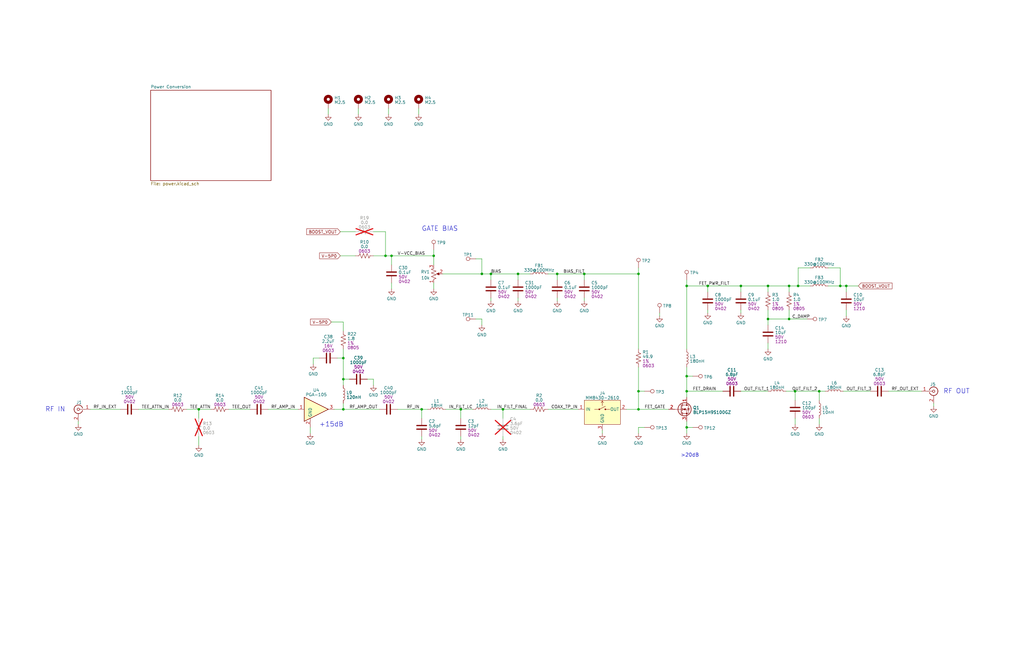
<source format=kicad_sch>
(kicad_sch (version 20230121) (generator eeschema)
  (paper "B")
  (lib_symbols
    (symbol "Connector:Conn_Coaxial" (pin_names (offset 1.016) hide)
      (property "Reference" "J" (at 0.254 3.048 0))
      (property "Value" "Conn_Coaxial" (at 2.921 0 90))
      (symbol "Conn_Coaxial_0_1"
        (arc (start -1.778 -0.508) (mid 0.2311 -1.8066) (end 1.778 0) (stroke (width 0.254)))
        (polyline (pts (xy -2.54 0) (xy -0.508 0)))
        (polyline (pts (xy 0 -2.54) (xy 0 -1.778)))
        (circle (center 0 0) (radius 0.508) (stroke (width 0.2032)))
        (arc (start 1.778 0) (mid 0.2099 1.8101) (end -1.778 0.508) (stroke (width 0.254)))
      )
      (symbol "Conn_Coaxial_1_1"
        (pin passive line (at -5.08 0 0) (length 2.54) (name "In") (number "1"))
        (pin passive line (at 0 -5.08 90) (length 2.54) (name "Ext") (number "2"))
      )
    )
    (symbol "Connector:TestPoint" (pin_numbers hide) (pin_names (offset 0.762) hide)
      (property "Reference" "TP" (at 0 6.858 0))
      (property "Value" "TestPoint" (at 0 5.08 0))
      (symbol "TestPoint_0_1"
        (circle (center 0 3.302) (radius 0.762))
      )
      (symbol "TestPoint_1_1"
        (pin passive line (at 0 0 90) (length 2.54) (name "1") (number "1"))
      )
    )
    (symbol "Device:C" (pin_numbers hide) (pin_names (offset 0.254))
      (property "Reference" "C" (at 0.635 2.54 0))
      (property "Value" "C" (at 0.635 -2.54 0))
      (symbol "C_0_1"
        (polyline (pts (xy -2.032 -0.762) (xy 2.032 -0.762)) (stroke (width 0.508)))
        (polyline (pts (xy -2.032 0.762) (xy 2.032 0.762)) (stroke (width 0.508)))
      )
      (symbol "C_1_1"
        (pin passive line (at 0 3.81 270) (length 2.794) (name "~") (number "1"))
        (pin passive line (at 0 -3.81 90) (length 2.794) (name "~") (number "2"))
      )
    )
    (symbol "Device:L" (pin_numbers hide) (pin_names (offset 1.016) hide)
      (property "Reference" "L" (at -1.27 0 90))
      (property "Value" "L" (at 1.905 0 90))
      (symbol "L_0_1"
        (arc (start 0 -2.54) (mid 0.6323 -1.905) (end 0 -1.27))
        (arc (start 0 -1.27) (mid 0.6323 -0.635) (end 0 0))
        (arc (start 0 0) (mid 0.6323 0.635) (end 0 1.27))
        (arc (start 0 1.27) (mid 0.6323 1.905) (end 0 2.54))
      )
      (symbol "L_1_1"
        (pin passive line (at 0 3.81 270) (length 1.27) (name "1") (number "1"))
        (pin passive line (at 0 -3.81 90) (length 1.27) (name "2") (number "2"))
      )
    )
    (symbol "Device:Q_NMOS_DGS" (pin_names (offset 0) hide)
      (property "Reference" "Q" (at 5.08 1.27 0))
      (property "Value" "Q_NMOS_DGS" (at 5.08 -1.27 0))
      (symbol "Q_NMOS_DGS_0_1"
        (polyline (pts (xy 0.254 0) (xy -2.54 0)))
        (polyline (pts (xy 0.254 1.905) (xy 0.254 -1.905)) (stroke (width 0.254)))
        (polyline (pts (xy 0.762 -1.27) (xy 0.762 -2.286)) (stroke (width 0.254)))
        (polyline (pts (xy 0.762 0.508) (xy 0.762 -0.508)) (stroke (width 0.254)))
        (polyline (pts (xy 0.762 2.286) (xy 0.762 1.27)) (stroke (width 0.254)))
        (polyline (pts (xy 2.54 2.54) (xy 2.54 1.778)))
        (polyline (pts (xy 2.54 -2.54) (xy 2.54 0) (xy 0.762 0)))
        (polyline (pts (xy 0.762 -1.778) (xy 3.302 -1.778) (xy 3.302 1.778) (xy 0.762 1.778)))
        (polyline (pts (xy 1.016 0) (xy 2.032 0.381) (xy 2.032 -0.381) (xy 1.016 0)) (fill (type outline)))
        (polyline (pts (xy 2.794 0.508) (xy 2.921 0.381) (xy 3.683 0.381) (xy 3.81 0.254)))
        (polyline (pts (xy 3.302 0.381) (xy 2.921 -0.254) (xy 3.683 -0.254) (xy 3.302 0.381)))
        (circle (center 1.651 0) (radius 2.794) (stroke (width 0.254)))
        (circle (center 2.54 -1.778) (radius 0.254) (fill (type outline)))
        (circle (center 2.54 1.778) (radius 0.254) (fill (type outline)))
      )
      (symbol "Q_NMOS_DGS_1_1"
        (pin passive line (at 2.54 5.08 270) (length 2.54) (name "D") (number "1"))
        (pin input line (at -5.08 0 0) (length 2.54) (name "G") (number "2"))
        (pin passive line (at 2.54 -5.08 90) (length 2.54) (name "S") (number "3"))
      )
    )
    (symbol "Device:R_Potentiometer_US" (pin_names (offset 1.016) hide)
      (property "Reference" "RV" (at -4.445 0 90))
      (property "Value" "R_Potentiometer_US" (at -2.54 0 90))
      (symbol "R_Potentiometer_US_0_1"
        (polyline (pts (xy 0 -2.286) (xy 0 -2.54)))
        (polyline (pts (xy 0 2.54) (xy 0 2.286)))
        (polyline (pts (xy 2.54 0) (xy 1.524 0)))
        (polyline (pts (xy 1.143 0) (xy 2.286 0.508) (xy 2.286 -0.508) (xy 1.143 0)) (fill (type outline)))
        (polyline (pts (xy 0 -0.762) (xy 1.016 -1.143) (xy 0 -1.524) (xy -1.016 -1.905) (xy 0 -2.286)))
        (polyline (pts (xy 0 0.762) (xy 1.016 0.381) (xy 0 0) (xy -1.016 -0.381) (xy 0 -0.762)))
        (polyline (pts (xy 0 2.286) (xy 1.016 1.905) (xy 0 1.524) (xy -1.016 1.143) (xy 0 0.762)))
      )
      (symbol "R_Potentiometer_US_1_1"
        (pin passive line (at 0 3.81 270) (length 1.27) (name "1") (number "1"))
        (pin passive line (at 3.81 0 180) (length 1.27) (name "2") (number "2"))
        (pin passive line (at 0 -3.81 90) (length 1.27) (name "3") (number "3"))
      )
    )
    (symbol "Device:R_US" (pin_numbers hide) (pin_names (offset 0))
      (property "Reference" "R" (at 2.54 0 90))
      (property "Value" "R_US" (at -2.54 0 90))
      (symbol "R_US_0_1"
        (polyline (pts (xy 0 -2.286) (xy 0 -2.54)))
        (polyline (pts (xy 0 2.286) (xy 0 2.54)))
        (polyline (pts (xy 0 -0.762) (xy 1.016 -1.143) (xy 0 -1.524) (xy -1.016 -1.905) (xy 0 -2.286)))
        (polyline (pts (xy 0 0.762) (xy 1.016 0.381) (xy 0 0) (xy -1.016 -0.381) (xy 0 -0.762)))
        (polyline (pts (xy 0 2.286) (xy 1.016 1.905) (xy 0 1.524) (xy -1.016 1.143) (xy 0 0.762)))
      )
      (symbol "R_US_1_1"
        (pin passive line (at 0 3.81 270) (length 1.27) (name "~") (number "1"))
        (pin passive line (at 0 -3.81 90) (length 1.27) (name "~") (number "2"))
      )
    )
    (symbol "Mechanical:MountingHole_Pad" (pin_numbers hide) (pin_names (offset 1.016) hide)
      (property "Reference" "H" (at 0 6.35 0))
      (property "Value" "MountingHole_Pad" (at 0 4.445 0))
      (symbol "MountingHole_Pad_0_1"
        (circle (center 0 1.27) (radius 1.27) (stroke (width 1.27)))
      )
      (symbol "MountingHole_Pad_1_1"
        (pin input line (at 0 -2.54 90) (length 2.54) (name "1") (number "1"))
      )
    )
    (symbol "RF_Amplifier:PGA-105"
      (property "Reference" "U" (at -1.27 7.62 0))
      (property "Value" "PGA-105" (at 2.54 5.08 0))
      (symbol "PGA-105_0_1"
        (polyline (pts (xy 5.08 0) (xy -5.08 5.08) (xy -5.08 -5.08) (xy 5.08 0)) (stroke (width 0.254)) (fill (type background)))
      )
      (symbol "PGA-105_1_1"
        (pin input line (at -7.62 0 0) (length 2.54) (name "~") (number "1"))
        (pin power_in line (at -2.54 -7.62 90) (length 3.81) (name "GND") (number "2"))
        (pin output line (at 7.62 0 180) (length 2.54) (name "~") (number "3"))
      )
    )
    (symbol "Repowered_Devices:MM8430-2610"
      (property "Reference" "J" (at 0 3.81 0))
      (property "Value" "MM8430-2610" (at 0 1.27 0))
      (symbol "MM8430-2610_0_1"
        (rectangle (start -7.62 0) (end 7.62 -10.16) (stroke (width 0.1524)) (fill (type background)))
        (circle (center -1.27 -3.81) (radius 0.254) (stroke (width 0.1524)) (fill (type outline)))
        (polyline (pts (xy 0 -0.254) (xy 0.508 -1.016)) (stroke (width 0.1524)))
        (polyline (pts (xy 3.175 -3.81) (xy 1.27 -3.81)) (stroke (width 0.1524)))
        (polyline (pts (xy -3.302 -3.81) (xy -1.27 -3.81) (xy 1.27 -2.54)) (stroke (width 0.1524)))
        (polyline (pts (xy 0 -2.286) (xy 0 -0.254) (xy -0.508 -1.016)) (stroke (width 0.1524)))
        (circle (center 1.27 -3.81) (radius 0.254) (stroke (width 0.1524)) (fill (type outline)))
      )
      (symbol "MM8430-2610_1_1"
        (pin passive line (at -10.16 -3.81 0) (length 2.54) (name "IN") (number "1"))
        (pin passive line (at 10.16 -3.81 180) (length 2.54) (name "OUT") (number "2"))
        (pin passive line (at 0 -12.7 90) (length 2.54) (name "GND") (number "3"))
      )
    )
    (symbol "power:GND" (power) (pin_names (offset 0))
      (property "Value" "GND" (at 0 -3.81 0))
      (symbol "GND_0_1"
        (polyline (pts (xy 0 0) (xy 0 -1.27) (xy 1.27 -1.27) (xy 0 -2.54) (xy -1.27 -1.27) (xy 0 -1.27)))
      )
      (symbol "GND_1_1"
        (pin power_in line (at 0 0 270) (length 0) hide (name "GND") (number "1"))
      )
    )
  )
  (junction (at 177.8 172.72))
  (junction (at 144.78 151.13))
  (junction (at 207.01 115.57))
  (junction (at 269.24 115.57))
  (junction (at 182.88 107.95))
  (junction (at 203.2 115.57))
  (junction (at 354.33 120.65))
  (junction (at 289.56 165.1))
  (junction (at 323.85 134.62))
  (junction (at 144.78 172.72))
  (junction (at 269.24 165.1))
  (junction (at 335.28 165.1))
  (junction (at 234.95 115.57))
  (junction (at 194.31 172.72))
  (junction (at 345.44 165.1))
  (junction (at 332.74 120.65))
  (junction (at 218.44 115.57))
  (junction (at 144.78 160.02))
  (junction (at 246.38 115.57))
  (junction (at 289.56 120.65))
  (junction (at 298.45 120.65))
  (junction (at 332.74 134.62))
  (junction (at 356.87 120.65))
  (junction (at 323.85 120.65))
  (junction (at 289.56 158.75))
  (junction (at 312.42 120.65))
  (junction (at 269.24 172.72))
  (junction (at 336.55 120.65))
  (junction (at 289.56 180.34))
  (junction (at 83.82 172.72))
  (junction (at 165.1 107.95))
  (junction (at 212.09 172.72))
  (junction (at 162.56 107.95))
  (wire (pts (xy 212.09 172.72) (xy 223.52 172.72)))
  (wire (pts (xy 58.42 172.72) (xy 71.12 172.72)))
  (wire (pts (xy 298.45 120.65) (xy 312.42 120.65)))
  (wire (pts (xy 194.31 184.15) (xy 194.31 185.42)))
  (wire (pts (xy 194.31 172.72) (xy 199.39 172.72)))
  (wire (pts (xy 132.08 151.13) (xy 132.08 153.67)))
  (wire (pts (xy 269.24 115.57) (xy 269.24 147.32)))
  (wire (pts (xy 165.1 119.38) (xy 165.1 121.92)))
  (wire (pts (xy 331.47 165.1) (xy 335.28 165.1)))
  (wire (pts (xy 176.53 45.72) (xy 176.53 48.26)))
  (wire (pts (xy 231.14 115.57) (xy 234.95 115.57)))
  (wire (pts (xy 289.56 177.8) (xy 289.56 180.34)))
  (wire (pts (xy 298.45 130.81) (xy 298.45 132.08)))
  (wire (pts (xy 177.8 172.72) (xy 180.34 172.72)))
  (wire (pts (xy 187.96 172.72) (xy 194.31 172.72)))
  (wire (pts (xy 278.13 132.08) (xy 278.13 133.35)))
  (wire (pts (xy 200.66 134.62) (xy 203.2 134.62)))
  (wire (pts (xy 144.78 170.18) (xy 144.78 172.72)))
  (wire (pts (xy 269.24 180.34) (xy 269.24 182.88)))
  (wire (pts (xy 271.78 180.34) (xy 269.24 180.34)))
  (wire (pts (xy 186.69 115.57) (xy 203.2 115.57)))
  (wire (pts (xy 374.65 165.1) (xy 388.62 165.1)))
  (wire (pts (xy 143.51 107.95) (xy 149.86 107.95)))
  (wire (pts (xy 356.87 130.81) (xy 356.87 133.35)))
  (wire (pts (xy 143.51 97.79) (xy 149.86 97.79)))
  (wire (pts (xy 354.33 120.65) (xy 354.33 113.03)))
  (wire (pts (xy 345.44 168.91) (xy 345.44 165.1)))
  (wire (pts (xy 254 181.61) (xy 254 182.88)))
  (wire (pts (xy 163.83 45.72) (xy 163.83 48.26)))
  (wire (pts (xy 234.95 125.73) (xy 234.95 127)))
  (wire (pts (xy 269.24 172.72) (xy 269.24 165.1)))
  (wire (pts (xy 289.56 165.1) (xy 304.8 165.1)))
  (wire (pts (xy 140.97 172.72) (xy 144.78 172.72)))
  (wire (pts (xy 130.81 180.34) (xy 130.81 182.88)))
  (wire (pts (xy 203.2 134.62) (xy 203.2 137.16)))
  (wire (pts (xy 33.02 177.8) (xy 33.02 179.07)))
  (wire (pts (xy 144.78 151.13) (xy 142.24 151.13)))
  (wire (pts (xy 289.56 118.11) (xy 289.56 120.65)))
  (wire (pts (xy 323.85 120.65) (xy 312.42 120.65)))
  (wire (pts (xy 83.82 172.72) (xy 88.9 172.72)))
  (wire (pts (xy 323.85 120.65) (xy 323.85 123.19)))
  (wire (pts (xy 200.66 109.22) (xy 203.2 109.22)))
  (wire (pts (xy 212.09 172.72) (xy 212.09 176.53)))
  (wire (pts (xy 113.03 172.72) (xy 125.73 172.72)))
  (wire (pts (xy 393.7 170.18) (xy 393.7 171.45)))
  (wire (pts (xy 203.2 109.22) (xy 203.2 115.57)))
  (wire (pts (xy 154.94 160.02) (xy 157.48 160.02)))
  (wire (pts (xy 298.45 120.65) (xy 298.45 123.19)))
  (wire (pts (xy 281.94 172.72) (xy 269.24 172.72)))
  (wire (pts (xy 289.56 158.75) (xy 292.1 158.75)))
  (wire (pts (xy 312.42 165.1) (xy 323.85 165.1)))
  (wire (pts (xy 182.88 105.41) (xy 182.88 107.95)))
  (wire (pts (xy 269.24 113.03) (xy 269.24 115.57)))
  (wire (pts (xy 323.85 134.62) (xy 323.85 137.16)))
  (wire (pts (xy 336.55 120.65) (xy 332.74 120.65)))
  (wire (pts (xy 157.48 160.02) (xy 157.48 162.56)))
  (wire (pts (xy 144.78 147.32) (xy 144.78 151.13)))
  (wire (pts (xy 165.1 107.95) (xy 182.88 107.95)))
  (wire (pts (xy 332.74 134.62) (xy 340.36 134.62)))
  (wire (pts (xy 144.78 172.72) (xy 160.02 172.72)))
  (wire (pts (xy 203.2 115.57) (xy 207.01 115.57)))
  (wire (pts (xy 96.52 172.72) (xy 105.41 172.72)))
  (wire (pts (xy 356.87 120.65) (xy 361.95 120.65)))
  (wire (pts (xy 194.31 172.72) (xy 194.31 176.53)))
  (wire (pts (xy 157.48 97.79) (xy 162.56 97.79)))
  (wire (pts (xy 218.44 115.57) (xy 218.44 118.11)))
  (wire (pts (xy 78.74 172.72) (xy 83.82 172.72)))
  (wire (pts (xy 134.62 151.13) (xy 132.08 151.13)))
  (wire (pts (xy 162.56 107.95) (xy 165.1 107.95)))
  (wire (pts (xy 323.85 130.81) (xy 323.85 134.62)))
  (wire (pts (xy 332.74 130.81) (xy 332.74 134.62)))
  (wire (pts (xy 312.42 130.81) (xy 312.42 132.08)))
  (wire (pts (xy 289.56 120.65) (xy 289.56 147.32)))
  (wire (pts (xy 336.55 113.03) (xy 336.55 120.65)))
  (wire (pts (xy 323.85 144.78) (xy 323.85 147.32)))
  (wire (pts (xy 182.88 119.38) (xy 182.88 121.92)))
  (wire (pts (xy 355.6 165.1) (xy 367.03 165.1)))
  (wire (pts (xy 332.74 120.65) (xy 332.74 123.19)))
  (wire (pts (xy 165.1 107.95) (xy 165.1 111.76)))
  (wire (pts (xy 289.56 165.1) (xy 289.56 167.64)))
  (wire (pts (xy 354.33 113.03) (xy 349.25 113.03)))
  (wire (pts (xy 139.7 135.89) (xy 144.78 135.89)))
  (wire (pts (xy 157.48 107.95) (xy 162.56 107.95)))
  (wire (pts (xy 144.78 135.89) (xy 144.78 139.7)))
  (wire (pts (xy 234.95 115.57) (xy 234.95 118.11)))
  (wire (pts (xy 289.56 120.65) (xy 298.45 120.65)))
  (wire (pts (xy 345.44 165.1) (xy 335.28 165.1)))
  (wire (pts (xy 182.88 107.95) (xy 182.88 111.76)))
  (wire (pts (xy 341.63 113.03) (xy 336.55 113.03)))
  (wire (pts (xy 212.09 184.15) (xy 212.09 185.42)))
  (wire (pts (xy 218.44 125.73) (xy 218.44 127)))
  (wire (pts (xy 354.33 120.65) (xy 356.87 120.65)))
  (wire (pts (xy 218.44 115.57) (xy 223.52 115.57)))
  (wire (pts (xy 335.28 165.1) (xy 335.28 168.91)))
  (wire (pts (xy 207.01 125.73) (xy 207.01 127)))
  (wire (pts (xy 177.8 172.72) (xy 177.8 176.53)))
  (wire (pts (xy 144.78 160.02) (xy 144.78 162.56)))
  (wire (pts (xy 177.8 184.15) (xy 177.8 185.42)))
  (wire (pts (xy 312.42 120.65) (xy 312.42 123.19)))
  (wire (pts (xy 289.56 180.34) (xy 289.56 182.88)))
  (wire (pts (xy 207.01 172.72) (xy 212.09 172.72)))
  (wire (pts (xy 264.16 172.72) (xy 269.24 172.72)))
  (wire (pts (xy 246.38 115.57) (xy 246.38 118.11)))
  (wire (pts (xy 246.38 115.57) (xy 269.24 115.57)))
  (wire (pts (xy 335.28 176.53) (xy 335.28 179.07)))
  (wire (pts (xy 231.14 172.72) (xy 243.84 172.72)))
  (wire (pts (xy 345.44 179.07) (xy 345.44 176.53)))
  (wire (pts (xy 162.56 97.79) (xy 162.56 107.95)))
  (wire (pts (xy 246.38 125.73) (xy 246.38 127)))
  (wire (pts (xy 269.24 165.1) (xy 269.24 154.94)))
  (wire (pts (xy 289.56 158.75) (xy 289.56 165.1)))
  (wire (pts (xy 83.82 172.72) (xy 83.82 176.53)))
  (wire (pts (xy 38.1 172.72) (xy 50.8 172.72)))
  (wire (pts (xy 349.25 120.65) (xy 354.33 120.65)))
  (wire (pts (xy 207.01 115.57) (xy 218.44 115.57)))
  (wire (pts (xy 341.63 120.65) (xy 336.55 120.65)))
  (wire (pts (xy 356.87 120.65) (xy 356.87 123.19)))
  (wire (pts (xy 289.56 154.94) (xy 289.56 158.75)))
  (wire (pts (xy 269.24 165.1) (xy 271.78 165.1)))
  (wire (pts (xy 144.78 151.13) (xy 144.78 160.02)))
  (wire (pts (xy 345.44 165.1) (xy 347.98 165.1)))
  (wire (pts (xy 138.43 48.26) (xy 138.43 45.72)))
  (wire (pts (xy 144.78 160.02) (xy 147.32 160.02)))
  (wire (pts (xy 332.74 120.65) (xy 323.85 120.65)))
  (wire (pts (xy 83.82 184.15) (xy 83.82 187.96)))
  (wire (pts (xy 167.64 172.72) (xy 177.8 172.72)))
  (wire (pts (xy 207.01 115.57) (xy 207.01 118.11)))
  (wire (pts (xy 151.13 45.72) (xy 151.13 48.26)))
  (wire (pts (xy 234.95 115.57) (xy 246.38 115.57)))
  (wire (pts (xy 323.85 134.62) (xy 332.74 134.62)))
  (wire (pts (xy 289.56 180.34) (xy 292.1 180.34)))
  (text "RF OUT" (at 408.94 166.37 0) (effects (font (size 2 2)) (justify right bottom)))
  (text "+15dB" (at 134.62 180.34 0) (effects (font (size 2 2)) (justify left bottom)))
  (text "RF IN" (at 19.05 173.99 0) (effects (font (size 2 2)) (justify left bottom)))
  (text ">20dB" (at 287.02 193.04 0) (effects (font (size 1.5 1.5)) (justify left bottom)))
  (text "GATE BIAS" (at 177.8 97.79 0) (effects (font (size 2 2)) (justify left bottom)))
  (label "FET_DRAIN" (at 292.1 165.1 0))
  (label "RF_IN" (at 171.45 172.72 0))
  (label "RF_OUT_EXT" (at 375.92 165.1 0))
  (label "OUT_FILT_1" (at 313.69 165.1 0))
  (label "V-VCC_BIAS" (at 167.64 107.95 0))
  (label "OUT_FILT_3" (at 356.87 165.1 0))
  (label "C_DAMP" (at 334.01 134.62 0))
  (label "BIAS" (at 207.01 115.57 0))
  (label "TEE_OUT" (at 97.79 172.72 0))
  (label "IN_FILT_LC" (at 189.23 172.72 0))
  (label "RF_AMP_OUT" (at 147.32 172.72 0))
  (label "BIAS_FILT" (at 237.49 115.57 0))
  (label "TEE_ATTN_IN" (at 59.69 172.72 0))
  (label "RF_AMP_IN" (at 114.3 172.72 0))
  (label "FET_GATE" (at 271.78 172.72 0))
  (label "OUT_FILT_2" (at 334.01 165.1 0))
  (label "COAX_TP_IN" (at 232.41 172.72 0))
  (label "IN_FILT_FINAL" (at 209.55 172.72 0))
  (label "TEE_ATTN" (at 80.01 172.72 0))
  (label "RF_IN_EXT" (at 39.37 172.72 0))
  (label "FET_PWR_FILT" (at 294.64 120.65 0))
  (global_label "V-5P0" (shape input) (at 143.51 107.95 180) (property "Intersheetrefs" "${INTERSHEET_REFS}" (effects hide)))
  (global_label "BOOST_VOUT" (shape input) (at 361.95 120.65 0) (property "Intersheetrefs" "${INTERSHEET_REFS}" (effects hide)))
  (global_label "BOOST_VOUT" (shape input) (at 143.51 97.79 180) (property "Intersheetrefs" "${INTERSHEET_REFS}" (effects hide)))
  (global_label "V-5P0" (shape input) (at 139.7 135.89 180) (property "Intersheetrefs" "${INTERSHEET_REFS}" (effects hide)))
  (symbol (lib_id "Device:L") (at 327.66 165.1 90) (unit 1)
    (property "Reference" "L4" (at 327.66 161.5847 90))
    (property "Value" "180nH" (at 327.66 163.5057 90))
    (property "Footprint" "Repowered_Inductors_SMD:L_Coilcraft_2222SQ-181" (effects hide))
    (property "Mfr. Part #" "2222SQ-181GEC" (effects hide))
  )
  (symbol (lib_id "Device:L") (at 345.44 113.03 90) (unit 1)
    (property "Reference" "FB2" (at 345.44 109.5147 90))
    (property "Value" "330@100MHz" (at 345.44 111.4357 90))
    (property "Footprint" "Inductor_SMD:L_0603_1608Metric" (effects hide))
    (property "Mfr. Part #" "BLM18SG331TZ1D" (effects hide))
    (property "JLCPCB Part #" "C710391" (effects hide))
    (property "Description" "70mΩ ±25% 330Ω@100MHz 0603 Ferrite Beads ROHS" (effects hide))
    (property "Manufacturer" "Murata Electronics" (effects hide))
  )
  (symbol (lib_id "power:GND") (at 132.08 153.67 0) (unit 1)
    (property "Reference" "#PWR051" (effects hide))
    (property "Value" "GND" (at 132.08 157.8055 0))
  )
  (symbol (lib_id "Device:C") (at 312.42 127 0) (unit 1)
    (property "Reference" "C9" (at 315.341 124.4353 0) (effects (justify left)))
    (property "Value" "0.1uF" (at 315.341 126.3563 0) (effects (justify left)))
    (property "Footprint" "Capacitor_SMD:C_0402_1005Metric" (effects hide))
    (property "Voltage Rating" "50V" (at 315.341 128.2773 0) (effects (justify left)))
    (property "Mfr. Part #" "GRM155R71H104KE14D" (effects hide))
    (property "JLCPCB Part #" "C77020" (effects hide))
    (property "Description" "50V 100nF X7R ±10% 0402 Multilayer Ceramic Capacitors MLCC - SMD/SMT ROHS" (effects hide))
    (property "Manufacturer" "Murata Electronics" (effects hide))
    (property "Mfr Part #" "GRM155R71H104KE14D" (effects hide))
    (property "Package Desc" "0402" (at 315.341 130.1983 0) (effects (justify left)))
  )
  (symbol (lib_id "Mechanical:MountingHole_Pad") (at 163.83 43.18 0) (unit 1)
    (property "Reference" "H3" (at 166.37 41.2663 0) (effects (justify left)))
    (property "Value" "M2.5" (at 166.37 43.1873 0) (effects (justify left)))
    (property "Footprint" "MountingHole:MountingHole_2.7mm_M2.5_Pad_Via" (effects hide))
  )
  (symbol (lib_id "Connector:TestPoint") (at 269.24 113.03 0) (unit 1)
    (property "Reference" "TP2" (at 270.637 110.0448 0) (effects (justify left)))
    (property "Value" "TestPoint" (effects hide))
    (property "Footprint" "TestPoint:TestPoint_Pad_D1.0mm" (effects hide))
  )
  (symbol (lib_id "power:GND") (at 165.1 121.92 0) (unit 1)
    (property "Reference" "#PWR043" (effects hide))
    (property "Value" "GND" (at 165.1 126.0555 0))
  )
  (symbol (lib_id "power:GND") (at 323.85 147.32 0) (unit 1)
    (property "Reference" "#PWR022" (effects hide))
    (property "Value" "GND" (at 323.85 151.4555 0))
  )
  (symbol (lib_id "Device:R_US") (at 227.33 172.72 90) (unit 1)
    (property "Reference" "R2" (at 227.33 166.9001 90))
    (property "Value" "0.0" (at 227.33 168.8211 90))
    (property "Footprint" "Resistor_SMD:R_0603_1608Metric" (effects hide))
    (property "JLCPCB Part #" "C192909" (effects hide))
    (property "Manufacturer" "YAGEO" (effects hide))
    (property "Mfr. Part #" "AF0603FR-070RL" (effects hide))
    (property "Description" "100mW ±1% 0Ω 0603 Chip Resistor - Surface Mount ROHS" (effects hide))
    (property "Package Desc" "0603" (at 227.33 170.7421 90))
  )
  (symbol (lib_id "Connector:Conn_Coaxial") (at 33.02 172.72 0) (mirror y) (unit 1)
    (property "Reference" "J1" (at 33.3374 169.8045 0))
    (property "Value" "Conn_Coaxial" (effects hide))
    (property "Footprint" "Repowered_Connectors:SMA_Amphenol_132384_EdgeMount" (effects hide))
    (property "Datasheet" " ~" (effects hide))
  )
  (symbol (lib_id "Device:R_US") (at 92.71 172.72 90) (unit 1)
    (property "Reference" "R14" (at 92.71 166.9001 90))
    (property "Value" "0.0" (at 92.71 168.8211 90))
    (property "Footprint" "Resistor_SMD:R_0603_1608Metric" (effects hide))
    (property "JLCPCB Part #" "C192909" (effects hide))
    (property "Manufacturer" "YAGEO" (effects hide))
    (property "Mfr. Part #" "AF0603FR-070RL" (effects hide))
    (property "Description" "100mW ±1% 0Ω 0603 Chip Resistor - Surface Mount ROHS" (effects hide))
    (property "Package Desc" "0603" (at 92.71 170.7421 90))
  )
  (symbol (lib_id "Device:R_US") (at 323.85 127 0) (unit 1)
    (property "Reference" "R3" (at 325.501 124.4353 0) (effects (justify left)))
    (property "Value" "1.0" (at 325.501 126.3563 0) (effects (justify left)))
    (property "Footprint" "Resistor_SMD:R_0805_2012Metric" (effects hide))
    (property "Tolerance" "1%" (at 325.501 128.2773 0) (effects (justify left)))
    (property "Package Desc" "0805" (at 325.501 130.1983 0) (effects (justify left)))
    (property "Manufacturer" "YAGEO" (effects hide))
    (property "Mfr. Part #" "AC0805FR-071RL" (effects hide))
    (property "JLCPCB Part #" "C144579" (effects hide))
  )
  (symbol (lib_id "Device:R_US") (at 144.78 143.51 180) (unit 1)
    (property "Reference" "R22" (at 146.431 140.9453 0) (effects (justify right)))
    (property "Value" "1.8" (at 146.431 142.8663 0) (effects (justify right)))
    (property "Footprint" "Resistor_SMD:R_0805_2012Metric" (effects hide))
    (property "JLCPCB Part #" "C384139" (effects hide))
    (property "Manufacturer" "Walsin Tech Corp" (effects hide))
    (property "Mfr. Part #" "WR08X1R8JTL" (effects hide))
    (property "Tolerance" "1%" (at 146.431 144.7873 0) (effects (justify right)))
    (property "Package Desc" "0805" (at 146.431 146.7083 0) (effects (justify right)))
  )
  (symbol (lib_id "Device:R_US") (at 153.67 107.95 270) (unit 1)
    (property "Reference" "R10" (at 153.67 102.1301 90))
    (property "Value" "0.0" (at 153.67 104.0511 90))
    (property "Footprint" "Resistor_SMD:R_0603_1608Metric" (effects hide))
    (property "JLCPCB Part #" "C192909" (effects hide))
    (property "Manufacturer" "YAGEO" (effects hide))
    (property "Mfr. Part #" "AF0603FR-070RL" (effects hide))
    (property "Description" "100mW ±1% 0Ω 0603 Chip Resistor - Surface Mount ROHS" (effects hide))
    (property "Package Desc" "0603" (at 153.67 105.9721 90))
  )
  (symbol (lib_id "power:GND") (at 356.87 133.35 0) (unit 1)
    (property "Reference" "#PWR013" (effects hide))
    (property "Value" "GND" (at 356.87 137.4855 0))
  )
  (symbol (lib_id "Connector:TestPoint") (at 200.66 134.62 90) (unit 1)
    (property "Reference" "TP11" (at 197.358 132.8961 90))
    (property "Value" "TestPoint" (effects hide))
    (property "Footprint" "TestPoint:TestPoint_Pad_D1.0mm" (effects hide))
  )
  (symbol (lib_id "Device:C") (at 151.13 160.02 270) (unit 1)
    (property "Reference" "C39" (at 151.13 151.0091 90))
    (property "Value" "1000pF" (at 151.13 152.9301 90))
    (property "Footprint" "Capacitor_SMD:C_0402_1005Metric" (effects hide))
    (property "Description" "CAP SMD 1000pF 10% 50V X7R 0603" (effects hide))
    (property "JLCPCB Part #" "C1588" (effects hide))
    (property "Manufacturer" "Samsung Electro-Mechanics" (effects hide))
    (property "Mfr Part #" "C1005NPO102JGT" (effects hide))
    (property "Mfr. Part #" "CL10B102KB8NNNC" (effects hide))
    (property "Voltage Rating" "50V" (at 151.13 154.8511 90))
    (property "Package Desc" "0402" (at 151.13 156.7721 90))
  )
  (symbol (lib_id "Repowered_Devices:MM8430-2610") (at 254 168.91 0) (unit 1)
    (property "Reference" "J4" (at 254 165.9509 0))
    (property "Value" "MM8430-2610" (at 254 167.8719 0))
    (property "Footprint" "Repowered_Connectors:Connector_Murata_MM8430-2610RA1" (effects hide))
    (property "Datasheet" "https://media.digikey.com/pdf/Data%20Sheets/Murata%20PDFs/Microwave_Coaxial_Conn_Cat030E.pdf" (effects hide))
    (property "Mfr. Part #" "MM8430-2610RB3" (effects hide))
    (property "Manufacturer" "Murata" (effects hide))
    (property "Description" "CONN SWD RCPT W/ SWITCH 50 OHM SMD" (effects hide))
    (property "JLCPCB Part #" "C91634" (effects hide))
  )
  (symbol (lib_id "power:GND") (at 207.01 127 0) (unit 1)
    (property "Reference" "#PWR010" (effects hide))
    (property "Value" "GND" (at 207.01 131.1355 0))
  )
  (symbol (lib_id "Device:R_US") (at 74.93 172.72 90) (unit 1)
    (property "Reference" "R12" (at 74.93 166.9001 90))
    (property "Value" "0.0" (at 74.93 168.8211 90))
    (property "Footprint" "Resistor_SMD:R_0603_1608Metric" (effects hide))
    (property "JLCPCB Part #" "C192909" (effects hide))
    (property "Manufacturer" "YAGEO" (effects hide))
    (property "Mfr. Part #" "AF0603FR-070RL" (effects hide))
    (property "Description" "100mW ±1% 0Ω 0603 Chip Resistor - Surface Mount ROHS" (effects hide))
    (property "Package Desc" "0603" (at 74.93 170.7421 90))
  )
  (symbol (lib_id "Mechanical:MountingHole_Pad") (at 176.53 43.18 0) (unit 1)
    (property "Reference" "H4" (at 179.07 41.2663 0) (effects (justify left)))
    (property "Value" "M2.5" (at 179.07 43.1873 0) (effects (justify left)))
    (property "Footprint" "MountingHole:MountingHole_2.7mm_M2.5_Pad_Via" (effects hide))
  )
  (symbol (lib_id "power:GND") (at 289.56 182.88 0) (unit 1)
    (property "Reference" "#PWR03" (effects hide))
    (property "Value" "GND" (at 289.56 187.0155 0))
  )
  (symbol (lib_id "Mechanical:MountingHole_Pad") (at 151.13 43.18 0) (unit 1)
    (property "Reference" "H2" (at 153.67 41.2663 0) (effects (justify left)))
    (property "Value" "M2.5" (at 153.67 43.1873 0) (effects (justify left)))
    (property "Footprint" "MountingHole:MountingHole_2.7mm_M2.5_Pad_Via" (effects hide))
  )
  (symbol (lib_id "power:GND") (at 246.38 127 0) (unit 1)
    (property "Reference" "#PWR09" (effects hide))
    (property "Value" "GND" (at 246.38 131.1355 0))
  )
  (symbol (lib_id "Device:C") (at 109.22 172.72 270) (unit 1)
    (property "Reference" "C41" (at 109.22 163.7091 90))
    (property "Value" "1000pF" (at 109.22 165.6301 90))
    (property "Footprint" "Capacitor_SMD:C_0402_1005Metric" (effects hide))
    (property "Description" "CAP SMD 1000pF 10% 50V X7R 0603" (effects hide))
    (property "JLCPCB Part #" "C1588" (effects hide))
    (property "Manufacturer" "Samsung Electro-Mechanics" (effects hide))
    (property "Mfr Part #" "C1005NPO102JGT" (effects hide))
    (property "Mfr. Part #" "CL10B102KB8NNNC" (effects hide))
    (property "Voltage Rating" "50V" (at 109.22 167.5511 90))
    (property "Package Desc" "0402" (at 109.22 169.4721 90))
  )
  (symbol (lib_id "Device:L") (at 184.15 172.72 90) (unit 1)
    (property "Reference" "L1" (at 184.15 169.2047 90))
    (property "Value" "18nH" (at 184.15 171.1257 90))
    (property "Footprint" "Inductor_SMD:L_0603_1608Metric" (effects hide))
    (property "Mfr. Part #" "LQW18AN18NJ80D" (effects hide))
    (property "JLCPCB Part #" "C1332655" (effects hide))
  )
  (symbol (lib_id "Device:C") (at 54.61 172.72 270) (unit 1)
    (property "Reference" "C1" (at 54.61 163.7091 90))
    (property "Value" "1000pF" (at 54.61 165.6301 90))
    (property "Footprint" "Capacitor_SMD:C_0402_1005Metric" (effects hide))
    (property "Description" "CAP SMD 1000pF 10% 50V X7R 0603" (effects hide))
    (property "JLCPCB Part #" "C1588" (effects hide))
    (property "Manufacturer" "Samsung Electro-Mechanics" (effects hide))
    (property "Mfr Part #" "C1005NPO102JGT" (effects hide))
    (property "Mfr. Part #" "CL10B102KB8NNNC" (effects hide))
    (property "Voltage Rating" "50V" (at 54.61 167.5511 90))
    (property "Package Desc" "0402" (at 54.61 169.4721 90))
  )
  (symbol (lib_id "Device:C") (at 165.1 115.57 0) (unit 1)
    (property "Reference" "C30" (at 168.021 113.0053 0) (effects (justify left)))
    (property "Value" "0.1uF" (at 168.021 114.9263 0) (effects (justify left)))
    (property "Footprint" "Capacitor_SMD:C_0402_1005Metric" (effects hide))
    (property "Voltage Rating" "50V" (at 168.021 116.8473 0) (effects (justify left)))
    (property "Mfr. Part #" "GRM155R71H104KE14D" (effects hide))
    (property "JLCPCB Part #" "C77020" (effects hide))
    (property "Description" "50V 100nF X7R ±10% 0402 Multilayer Ceramic Capacitors MLCC - SMD/SMT ROHS" (effects hide))
    (property "Manufacturer" "Murata Electronics" (effects hide))
    (property "Mfr Part #" "GRM155R71H104KE14D" (effects hide))
    (property "Package Desc" "0402" (at 168.021 118.7683 0) (effects (justify left)))
  )
  (symbol (lib_id "Device:C") (at 308.61 165.1 270) (unit 1)
    (property "Reference" "C11" (at 308.61 156.0891 90))
    (property "Value" "6.8pF" (at 308.61 158.0101 90))
    (property "Footprint" "Capacitor_SMD:C_0603_1608Metric" (effects hide))
    (property "Description" "CAP SMD 6.8pF 10% 50V NP0/C0G 0603" (effects hide))
    (property "JLCPCB Part #" "C1679" (effects hide))
    (property "Manufacturer" "FH (Guangdong Fenghua Advanced Tech)" (effects hide))
    (property "Mfr. Part #" "0603CG6R8C500NT" (effects hide))
    (property "Voltage Rating" "50V" (at 308.61 159.9311 90))
    (property "Package Desc" "0603" (at 308.61 161.8521 90))
  )
  (symbol (lib_id "Device:C") (at 356.87 127 180) (unit 1)
    (property "Reference" "C10" (at 359.791 124.4353 0) (effects (justify right)))
    (property "Value" "10uF" (at 359.791 126.3563 0) (effects (justify right)))
    (property "Footprint" "Capacitor_SMD:C_1210_3225Metric" (effects hide))
    (property "Mfr. Part #" "UMK325AB7106KM-T" (effects hide))
    (property "JLCPCB Part #" "C386167" (effects hide))
    (property "Manufacturer" "Taiyo Yuden" (effects hide))
    (property "Voltage Rating" "50V" (at 359.791 128.2773 0) (effects (justify right)))
    (property "Description" "CAP SMD 10uF 50V 10% X7R 1210" (effects hide))
    (property "Package Desc" "1210" (at 359.791 130.1983 0) (effects (justify right)))
  )
  (symbol (lib_id "Device:L") (at 289.56 151.13 0) (unit 1)
    (property "Reference" "L3" (at 290.8272 150.4863 0) (effects (justify left)))
    (property "Value" "180nH" (at 290.8272 152.4073 0) (effects (justify left)))
    (property "Footprint" "Repowered_Inductors_SMD:L_Coilcraft_2222SQ-181" (effects hide))
    (property "Mfr. Part #" "2222SQ-181GEC" (effects hide))
  )
  (symbol (lib_id "Connector:TestPoint") (at 289.56 118.11 0) (unit 1)
    (property "Reference" "TP4" (at 290.957 115.1248 0) (effects (justify left)))
    (property "Value" "TestPoint" (effects hide))
    (property "Footprint" "TestPoint:TestPoint_Pad_D1.0mm" (effects hide))
  )
  (symbol (lib_id "Connector:TestPoint") (at 182.88 105.41 0) (unit 1)
    (property "Reference" "TP9" (at 184.277 102.4248 0) (effects (justify left)))
    (property "Value" "TestPoint" (effects hide))
    (property "Footprint" "TestPoint:TestPoint_Pad_D1.0mm" (effects hide))
  )
  (symbol (lib_id "power:GND") (at 234.95 127 0) (unit 1)
    (property "Reference" "#PWR08" (effects hide))
    (property "Value" "GND" (at 234.95 131.1355 0))
  )
  (symbol (lib_id "Device:C") (at 177.8 180.34 0) (unit 1)
    (property "Reference" "C2" (at 180.721 177.7753 0) (effects (justify left)))
    (property "Value" "5.6pF" (at 180.721 179.6963 0) (effects (justify left)))
    (property "Footprint" "Capacitor_SMD:C_0402_1005Metric" (effects hide))
    (property "Description" "CAP SMD 5.6pF 10% 50V NPO/C0G 0402" (effects hide))
    (property "JLCPCB Part #" "C88895" (effects hide))
    (property "Manufacturer" "Murata Electronics" (effects hide))
    (property "Mfr. Part #" "GJM1555C1H5R6CB01D" (effects hide))
    (property "Voltage Rating" "50V" (at 180.721 181.6173 0) (effects (justify left)))
    (property "Package Desc" "0402" (at 180.721 183.5383 0) (effects (justify left)))
  )
  (symbol (lib_id "Device:L") (at 144.78 166.37 0) (unit 1)
    (property "Reference" "L9" (at 146.0472 165.7263 0) (effects (justify left)))
    (property "Value" "120nH" (at 146.0472 167.6473 0) (effects (justify left)))
    (property "Footprint" "Inductor_SMD:L_1008_2520Metric_Pad1.43x2.20mm_HandSolder" (effects hide))
    (property "Mfr. Part #" "LQW2UASR12G00L" (effects hide))
    (property "JLCPCB Part #" "C703706" (effects hide))
  )
  (symbol (lib_id "Device:C") (at 298.45 127 0) (unit 1)
    (property "Reference" "C8" (at 301.371 124.4353 0) (effects (justify left)))
    (property "Value" "1000pF" (at 301.371 126.3563 0) (effects (justify left)))
    (property "Footprint" "Capacitor_SMD:C_0402_1005Metric" (effects hide))
    (property "Description" "CAP SMD 1000pF 10% 50V X7R 0603" (effects hide))
    (property "JLCPCB Part #" "C1588" (effects hide))
    (property "Manufacturer" "Samsung Electro-Mechanics" (effects hide))
    (property "Mfr Part #" "C1005NPO102JGT" (effects hide))
    (property "Mfr. Part #" "CL10B102KB8NNNC" (effects hide))
    (property "Voltage Rating" "50V" (at 301.371 128.2773 0) (effects (justify left)))
    (property "Package Desc" "0402" (at 301.371 130.1983 0) (effects (justify left)))
  )
  (symbol (lib_id "Device:C") (at 138.43 151.13 270) (unit 1)
    (property "Reference" "C38" (at 138.43 142.1191 90))
    (property "Value" "2.2uF" (at 138.43 144.0401 90))
    (property "Footprint" "Capacitor_SMD:C_0603_1608Metric" (effects hide))
    (property "Voltage Rating" "16V" (at 138.43 145.9611 90))
    (property "Description" "16V 2.2uF X7S ±10% 0603 Multilayer Ceramic Capacitors MLCC - SMD/SMT ROHS" (effects hide))
    (property "JLCPCB Part #" "C2859193" (effects hide))
    (property "Manufacturer" "SANYEAR" (effects hide))
    (property "Mfr. Part #" "C0603X7S225K160NT" (effects hide))
    (property "Package Desc" "0603" (at 138.43 147.8821 90))
  )
  (symbol (lib_id "power:GND") (at 345.44 179.07 0) (unit 1)
    (property "Reference" "#PWR015" (effects hide))
    (property "Value" "GND" (at 345.44 183.2055 0))
  )
  (symbol (lib_id "Connector:TestPoint") (at 278.13 132.08 0) (unit 1)
    (property "Reference" "TP8" (at 279.527 129.0948 0) (effects (justify left)))
    (property "Value" "TestPoint" (effects hide))
    (property "Footprint" "TestPoint:TestPoint_Pad_D1.0mm" (effects hide))
  )
  (symbol (lib_id "Connector:TestPoint") (at 271.78 165.1 270) (unit 1)
    (property "Reference" "TP3" (at 276.479 165.4168 90) (effects (justify left)))
    (property "Value" "TestPoint" (effects hide))
    (property "Footprint" "TestPoint:TestPoint_Pad_D1.0mm" (effects hide))
  )
  (symbol (lib_id "power:GND") (at 218.44 127 0) (unit 1)
    (property "Reference" "#PWR042" (effects hide))
    (property "Value" "GND" (at 218.44 131.1355 0))
  )
  (symbol (lib_id "power:GND") (at 157.48 162.56 0) (unit 1)
    (property "Reference" "#PWR052" (effects hide))
    (property "Value" "GND" (at 157.48 166.6955 0))
  )
  (symbol (lib_id "power:GND") (at 312.42 132.08 0) (unit 1)
    (property "Reference" "#PWR012" (effects hide))
    (property "Value" "GND" (at 312.42 136.2155 0))
  )
  (symbol (lib_id "Device:C") (at 207.01 121.92 0) (unit 1)
    (property "Reference" "C7" (at 209.931 119.3553 0) (effects (justify left)))
    (property "Value" "0.1uF" (at 209.931 121.2763 0) (effects (justify left)))
    (property "Footprint" "Capacitor_SMD:C_0402_1005Metric" (effects hide))
    (property "Voltage Rating" "50V" (at 209.931 123.1973 0) (effects (justify left)))
    (property "Mfr. Part #" "GRM155R71H104KE14D" (effects hide))
    (property "JLCPCB Part #" "C77020" (effects hide))
    (property "Description" "50V 100nF X7R ±10% 0402 Multilayer Ceramic Capacitors MLCC - SMD/SMT ROHS" (effects hide))
    (property "Manufacturer" "Murata Electronics" (effects hide))
    (property "Mfr Part #" "GRM155R71H104KE14D" (effects hide))
    (property "Package Desc" "0402" (at 209.931 125.1183 0) (effects (justify left)))
  )
  (symbol (lib_id "power:GND") (at 298.45 132.08 0) (unit 1)
    (property "Reference" "#PWR011" (effects hide))
    (property "Value" "GND" (at 298.45 136.2155 0))
  )
  (symbol (lib_id "Device:R_US") (at 83.82 180.34 180) (unit 1) (dnp yes)
    (property "Reference" "R13" (at 85.471 178.7358 0) (effects (justify right)))
    (property "Value" "0.0" (at 85.471 180.6568 0) (effects (justify right)))
    (property "Footprint" "Resistor_SMD:R_0603_1608Metric" (effects hide))
    (property "JLCPCB Part #" "C192909" (effects hide))
    (property "Manufacturer" "YAGEO" (effects hide))
    (property "Mfr. Part #" "AF0603FR-070RL" (effects hide))
    (property "Description" "100mW ±1% 0Ω 0603 Chip Resistor - Surface Mount ROHS" (effects hide))
    (property "Package Desc" "0603" (at 85.471 182.5778 0) (effects (justify right)))
  )
  (symbol (lib_id "power:GND") (at 33.02 179.07 0) (unit 1)
    (property "Reference" "#PWR01" (effects hide))
    (property "Value" "GND" (at 33.02 183.2055 0))
  )
  (symbol (lib_id "power:GND") (at 138.43 48.26 0) (unit 1)
    (property "Reference" "#PWR018" (effects hide))
    (property "Value" "GND" (at 138.43 52.3955 0))
  )
  (symbol (lib_id "power:GND") (at 182.88 121.92 0) (unit 1)
    (property "Reference" "#PWR02" (effects hide))
    (property "Value" "GND" (at 182.88 126.0555 0))
  )
  (symbol (lib_id "Device:C") (at 234.95 121.92 0) (unit 1)
    (property "Reference" "C6" (at 237.871 119.3553 0) (effects (justify left)))
    (property "Value" "0.1uF" (at 237.871 121.2763 0) (effects (justify left)))
    (property "Footprint" "Capacitor_SMD:C_0402_1005Metric" (effects hide))
    (property "Voltage Rating" "50V" (at 237.871 123.1973 0) (effects (justify left)))
    (property "Mfr. Part #" "GRM155R71H104KE14D" (effects hide))
    (property "JLCPCB Part #" "C77020" (effects hide))
    (property "Description" "50V 100nF X7R ±10% 0402 Multilayer Ceramic Capacitors MLCC - SMD/SMT ROHS" (effects hide))
    (property "Manufacturer" "Murata Electronics" (effects hide))
    (property "Mfr Part #" "GRM155R71H104KE14D" (effects hide))
    (property "Package Desc" "0402" (at 237.871 125.1183 0) (effects (justify left)))
  )
  (symbol (lib_id "Device:L") (at 203.2 172.72 90) (unit 1)
    (property "Reference" "L2" (at 203.2 169.2047 90))
    (property "Value" "16nH" (at 203.2 171.1257 90))
    (property "Footprint" "Inductor_SMD:L_0603_1608Metric" (effects hide))
    (property "Mfr. Part #" "LQW18AN16NG00D" (effects hide))
    (property "JLCPCB Part #" "C237581" (effects hide))
  )
  (symbol (lib_id "power:GND") (at 212.09 185.42 0) (unit 1)
    (property "Reference" "#PWR06" (effects hide))
    (property "Value" "GND" (at 212.09 189.5555 0))
  )
  (symbol (lib_id "power:GND") (at 83.82 187.96 0) (unit 1)
    (property "Reference" "#PWR024" (effects hide))
    (property "Value" "GND" (at 83.82 192.0955 0))
  )
  (symbol (lib_id "Device:R_US") (at 269.24 151.13 180) (unit 1)
    (property "Reference" "R1" (at 270.891 148.5653 0) (effects (justify right)))
    (property "Value" "49.9" (at 270.891 150.4863 0) (effects (justify right)))
    (property "Footprint" "Resistor_SMD:R_0603_1608Metric" (effects hide))
    (property "Description" "RES SMD 49.9 1% 100mW 0603" (effects hide))
    (property "JLCPCB Part #" "C23185" (effects hide))
    (property "Manufacturer" "UNI-ROYAL(Uniroyal Elec)" (effects hide))
    (property "Mfr. Part #" "0603WAF499JT5E" (effects hide))
    (property "Tolerance" "1%" (at 270.891 152.4073 0) (effects (justify right)))
    (property "Package Desc" "0603" (at 270.891 154.3283 0) (effects (justify right)))
  )
  (symbol (lib_id "Device:C") (at 246.38 121.92 0) (unit 1)
    (property "Reference" "C5" (at 249.301 119.3553 0) (effects (justify left)))
    (property "Value" "1000pF" (at 249.301 121.2763 0) (effects (justify left)))
    (property "Footprint" "Capacitor_SMD:C_0402_1005Metric" (effects hide))
    (property "Description" "CAP SMD 1000pF 10% 50V X7R 0603" (effects hide))
    (property "JLCPCB Part #" "C1588" (effects hide))
    (property "Manufacturer" "Samsung Electro-Mechanics" (effects hide))
    (property "Mfr Part #" "C1005NPO102JGT" (effects hide))
    (property "Mfr. Part #" "CL10B102KB8NNNC" (effects hide))
    (property "Voltage Rating" "50V" (at 249.301 123.1973 0) (effects (justify left)))
    (property "Package Desc" "0402" (at 249.301 125.1183 0) (effects (justify left)))
  )
  (symbol (lib_id "RF_Amplifier:PGA-105") (at 133.35 172.72 0) (unit 1)
    (property "Reference" "U4" (at 133.35 164.6301 0))
    (property "Value" "PGA-105" (at 133.35 166.5511 0))
    (property "Footprint" "Package_TO_SOT_SMD:SOT-89-3" (effects hide))
    (property "Datasheet" "https://www.minicircuits.com/pdfs/PGA-105+.pdf" (effects hide))
    (property "Mfr Part #" "PGA-105+" (effects hide))
    (property "JLCPCB Part #" "C879859" (effects hide))
  )
  (symbol (lib_id "Device:R_US") (at 332.74 127 0) (unit 1)
    (property "Reference" "R4" (at 334.391 124.4353 0) (effects (justify left)))
    (property "Value" "1.0" (at 334.391 126.3563 0) (effects (justify left)))
    (property "Footprint" "Resistor_SMD:R_0805_2012Metric" (effects hide))
    (property "Tolerance" "1%" (at 334.391 128.2773 0) (effects (justify left)))
    (property "Package Desc" "0805" (at 334.391 130.1983 0) (effects (justify left)))
    (property "Manufacturer" "YAGEO" (effects hide))
    (property "Mfr. Part #" "AC0805FR-071RL" (effects hide))
    (property "JLCPCB Part #" "C144579" (effects hide))
  )
  (symbol (lib_id "power:GND") (at 177.8 185.42 0) (unit 1)
    (property "Reference" "#PWR04" (effects hide))
    (property "Value" "GND" (at 177.8 189.5555 0))
  )
  (symbol (lib_id "Connector:Conn_Coaxial") (at 393.7 165.1 0) (unit 1)
    (property "Reference" "J5" (at 393.3826 162.1845 0))
    (property "Value" "Conn_Coaxial" (effects hide))
    (property "Footprint" "Repowered_Connectors:SMA_Amphenol_132384_EdgeMount" (effects hide))
    (property "Datasheet" " ~" (effects hide))
  )
  (symbol (lib_id "Device:R_US") (at 153.67 97.79 270) (unit 1) (dnp yes)
    (property "Reference" "R19" (at 153.67 91.9701 90))
    (property "Value" "0.0" (at 153.67 93.8911 90))
    (property "Footprint" "Resistor_SMD:R_0603_1608Metric" (effects hide))
    (property "JLCPCB Part #" "C192909" (effects hide))
    (property "Manufacturer" "YAGEO" (effects hide))
    (property "Mfr. Part #" "AF0603FR-070RL" (effects hide))
    (property "Description" "100mW ±1% 0Ω 0603 Chip Resistor - Surface Mount ROHS" (effects hide))
    (property "Package Desc" "0603" (at 153.67 95.8121 90))
  )
  (symbol (lib_id "power:GND") (at 254 182.88 0) (unit 1)
    (property "Reference" "#PWR07" (effects hide))
    (property "Value" "GND" (at 254 187.0155 0))
  )
  (symbol (lib_id "Device:L") (at 351.79 165.1 90) (unit 1)
    (property "Reference" "L6" (at 351.79 161.5847 90))
    (property "Value" "180nH" (at 351.79 163.5057 90))
    (property "Footprint" "Repowered_Inductors_SMD:L_Coilcraft_2222SQ-181" (effects hide))
    (property "Mfr. Part #" "2222SQ-181GEC" (effects hide))
  )
  (symbol (lib_id "power:GND") (at 176.53 48.26 0) (unit 1)
    (property "Reference" "#PWR021" (effects hide))
    (property "Value" "GND" (at 176.53 52.3955 0))
  )
  (symbol (lib_id "Device:L") (at 345.44 120.65 90) (unit 1)
    (property "Reference" "FB3" (at 345.44 117.1347 90))
    (property "Value" "330@100MHz" (at 345.44 119.0557 90))
    (property "Footprint" "Inductor_SMD:L_0603_1608Metric" (effects hide))
    (property "Mfr. Part #" "BLM18SG331TZ1D" (effects hide))
    (property "JLCPCB Part #" "C710391" (effects hide))
    (property "Description" "70mΩ ±25% 330Ω@100MHz 0603 Ferrite Beads ROHS" (effects hide))
    (property "Manufacturer" "Murata Electronics" (effects hide))
  )
  (symbol (lib_id "power:GND") (at 151.13 48.26 0) (unit 1)
    (property "Reference" "#PWR019" (effects hide))
    (property "Value" "GND" (at 151.13 52.3955 0))
  )
  (symbol (lib_id "Device:C") (at 194.31 180.34 0) (unit 1)
    (property "Reference" "C3" (at 197.231 177.7753 0) (effects (justify left)))
    (property "Value" "12pF" (at 197.231 179.6963 0) (effects (justify left)))
    (property "Footprint" "Capacitor_SMD:C_0402_1005Metric" (effects hide))
    (property "Description" "CAP SMD 12pF 10% 50V NPO/C0G 0402" (effects hide))
    (property "JLCPCB Part #" "C106201" (effects hide))
    (property "Manufacturer" "YAGEO" (effects hide))
    (property "Mfr. Part #" "CC0402JRNPO9BN120" (effects hide))
    (property "Voltage Rating" "50V" (at 197.231 181.6173 0) (effects (justify left)))
    (property "Package Desc" "0402" (at 197.231 183.5383 0) (effects (justify left)))
  )
  (symbol (lib_id "Connector:TestPoint") (at 271.78 180.34 270) (unit 1)
    (property "Reference" "TP13" (at 276.479 180.6568 90) (effects (justify left)))
    (property "Value" "TestPoint" (effects hide))
    (property "Footprint" "TestPoint:TestPoint_Pad_D1.0mm" (effects hide))
  )
  (symbol (lib_id "power:GND") (at 163.83 48.26 0) (unit 1)
    (property "Reference" "#PWR020" (effects hide))
    (property "Value" "GND" (at 163.83 52.3955 0))
  )
  (symbol (lib_id "Device:C") (at 163.83 172.72 270) (unit 1)
    (property "Reference" "C40" (at 163.83 163.7091 90))
    (property "Value" "1000pF" (at 163.83 165.6301 90))
    (property "Footprint" "Capacitor_SMD:C_0402_1005Metric" (effects hide))
    (property "Description" "CAP SMD 1000pF 10% 50V X7R 0603" (effects hide))
    (property "JLCPCB Part #" "C1588" (effects hide))
    (property "Manufacturer" "Samsung Electro-Mechanics" (effects hide))
    (property "Mfr Part #" "C1005NPO102JGT" (effects hide))
    (property "Mfr. Part #" "CL10B102KB8NNNC" (effects hide))
    (property "Voltage Rating" "50V" (at 163.83 167.5511 90))
    (property "Package Desc" "0402" (at 163.83 169.4721 90))
  )
  (symbol (lib_id "Device:L") (at 345.44 172.72 0) (unit 1)
    (property "Reference" "L5" (at 346.7073 172.0763 0) (effects (justify left)))
    (property "Value" "10nH" (at 346.7073 173.9973 0) (effects (justify left)))
    (property "Footprint" "Inductor_SMD:L_1008_2520Metric" (effects hide))
    (property "Mfr. Part #" "1008CS-100XGLC" (effects hide))
    (property "Manufacturer" "Coilcraft" (effects hide))
  )
  (symbol (lib_id "Device:L") (at 227.33 115.57 90) (unit 1)
    (property "Reference" "FB1" (at 227.33 112.0547 90))
    (property "Value" "330@100MHz" (at 227.33 113.9757 90))
    (property "Footprint" "Inductor_SMD:L_0603_1608Metric" (effects hide))
    (property "Mfr. Part #" "BLM18SG331TZ1D" (effects hide))
    (property "JLCPCB Part #" "C710391" (effects hide))
    (property "Description" "70mΩ ±25% 330Ω@100MHz 0603 Ferrite Beads ROHS" (effects hide))
    (property "Manufacturer" "Murata Electronics" (effects hide))
  )
  (symbol (lib_id "Device:C") (at 212.09 180.34 0) (unit 1) (dnp yes)
    (property "Reference" "C4" (at 215.011 176.8148 0) (effects (justify left)))
    (property "Value" "3.6pF" (at 215.011 178.7358 0) (effects (justify left)))
    (property "Footprint" "Capacitor_SMD:C_0402_1005Metric" (effects hide))
    (property "Description" "CAP SMD 3.6pF 10% 50V NPO/C0G 0402" (effects hide))
    (property "JLCPCB Part #" "C161321" (effects hide))
    (property "Manufacturer" "Murata Electronics" (effects hide))
    (property "Mfr. Part #" "GJM1555C1H3R6WB01D" (effects hide))
    (property "Voltage Rating" "50V" (at 215.011 180.6568 0) (effects (justify left)))
    (property "Package Desc" "0402" (at 215.011 182.5778 0) (effects (justify left)))
  )
  (symbol (lib_id "power:GND") (at 194.31 185.42 0) (unit 1)
    (property "Reference" "#PWR05" (effects hide))
    (property "Value" "GND" (at 194.31 189.5555 0))
  )
  (symbol (lib_id "Device:R_Potentiometer_US") (at 182.88 115.57 0) (mirror x) (unit 1)
    (property "Reference" "RV1" (at 181.2291 114.7353 0) (effects (justify right)))
    (property "Value" "10k" (at 181.2291 117.2722 0) (effects (justify right)))
    (property "Footprint" "Potentiometer_SMD:Potentiometer_Bourns_3314G_Vertical" (effects hide))
    (property "MFG_PN" "3314G-1-103E" (effects hide))
    (property "MFG" "Bourns" (effects hide))
    (property "JLCPCB Part #" "C780220" (effects hide))
    (property "Manufacturer" "Bourns" (effects hide))
    (property "Mfr. Part #" "3314G-1-103E" (effects hide))
  )
  (symbol (lib_id "power:GND") (at 130.81 182.88 0) (unit 1)
    (property "Reference" "#PWR050" (effects hide))
    (property "Value" "GND" (at 130.81 187.0155 0))
  )
  (symbol (lib_id "power:GND") (at 203.2 137.16 0) (unit 1)
    (property "Reference" "#PWR026" (effects hide))
    (property "Value" "GND" (at 203.2 141.2955 0))
  )
  (symbol (lib_id "Device:Q_NMOS_DGS") (at 287.02 172.72 0) (unit 1)
    (property "Reference" "Q1" (at 292.227 172.0763 0) (effects (justify left)))
    (property "Value" "BLP15H9S100GZ" (at 292.227 173.9973 0) (effects (justify left)))
    (property "Footprint" "Repowered_TO-SOT-SMD:SOT-1483-1" (effects hide))
    (property "Manufacturer" "Ampleon USA Inc." (effects hide))
    (property "Mfr. Part #" "BLP15H9S100GZ" (effects hide))
  )
  (symbol (lib_id "Device:C") (at 323.85 140.97 180) (unit 1)
    (property "Reference" "C14" (at 326.771 138.4053 0) (effects (justify right)))
    (property "Value" "10uF" (at 326.771 140.3263 0) (effects (justify right)))
    (property "Footprint" "Capacitor_SMD:C_1210_3225Metric" (effects hide))
    (property "Mfr. Part #" "UMK325AB7106KM-T" (effects hide))
    (property "JLCPCB Part #" "C386167" (effects hide))
    (property "Manufacturer" "Taiyo Yuden" (effects hide))
    (property "Voltage Rating" "50V" (at 326.771 142.2473 0) (effects (justify right)))
    (property "Description" "CAP SMD 10uF 50V 10% X7R 1210" (effects hide))
    (property "Package Desc" "1210" (at 326.771 144.1683 0) (effects (justify right)))
  )
  (symbol (lib_id "power:GND") (at 278.13 133.35 0) (unit 1)
    (property "Reference" "#PWR023" (effects hide))
    (property "Value" "GND" (at 278.13 137.4855 0))
  )
  (symbol (lib_id "Connector:TestPoint") (at 340.36 134.62 270) (unit 1)
    (property "Reference" "TP7" (at 345.059 134.9368 90) (effects (justify left)))
    (property "Value" "TestPoint" (effects hide))
    (property "Footprint" "TestPoint:TestPoint_Pad_D1.0mm" (effects hide))
  )
  (symbol (lib_id "Mechanical:MountingHole_Pad") (at 138.43 43.18 0) (unit 1)
    (property "Reference" "H1" (at 140.97 41.2663 0) (effects (justify left)))
    (property "Value" "M2.5" (at 140.97 43.1873 0) (effects (justify left)))
    (property "Footprint" "MountingHole:MountingHole_2.7mm_M2.5_Pad_Via" (effects hide))
  )
  (symbol (lib_id "power:GND") (at 269.24 182.88 0) (unit 1)
    (property "Reference" "#PWR027" (effects hide))
    (property "Value" "GND" (at 269.24 187.0155 0))
  )
  (symbol (lib_id "power:GND") (at 393.7 171.45 0) (mirror y) (unit 1)
    (property "Reference" "#PWR016" (effects hide))
    (property "Value" "GND" (at 393.7 175.5855 0))
  )
  (symbol (lib_id "Connector:TestPoint") (at 292.1 158.75 270) (unit 1)
    (property "Reference" "TP6" (at 296.799 159.0668 90) (effects (justify left)))
    (property "Value" "TestPoint" (effects hide))
    (property "Footprint" "TestPoint:TestPoint_Pad_D1.0mm" (effects hide))
  )
  (symbol (lib_id "Device:C") (at 370.84 165.1 270) (unit 1)
    (property "Reference" "C13" (at 370.84 156.0891 90))
    (property "Value" "6.8pF" (at 370.84 158.0101 90))
    (property "Footprint" "Capacitor_SMD:C_0603_1608Metric" (effects hide))
    (property "Description" "CAP SMD 6.8pF 10% 50V NP0/C0G 0603" (effects hide))
    (property "JLCPCB Part #" "C1679" (effects hide))
    (property "Manufacturer" "FH (Guangdong Fenghua Advanced Tech)" (effects hide))
    (property "Mfr. Part #" "0603CG6R8C500NT" (effects hide))
    (property "Voltage Rating" "50V" (at 370.84 159.9311 90))
    (property "Package Desc" "0603" (at 370.84 161.8521 90))
  )
  (symbol (lib_id "Device:C") (at 218.44 121.92 0) (unit 1)
    (property "Reference" "C31" (at 221.361 119.3553 0) (effects (justify left)))
    (property "Value" "1000pF" (at 221.361 121.2763 0) (effects (justify left)))
    (property "Footprint" "Capacitor_SMD:C_0402_1005Metric" (effects hide))
    (property "Description" "CAP SMD 1000pF 10% 50V X7R 0603" (effects hide))
    (property "JLCPCB Part #" "C1588" (effects hide))
    (property "Manufacturer" "Samsung Electro-Mechanics" (effects hide))
    (property "Mfr Part #" "C1005NPO102JGT" (effects hide))
    (property "Mfr. Part #" "CL10B102KB8NNNC" (effects hide))
    (property "Voltage Rating" "50V" (at 221.361 123.1973 0) (effects (justify left)))
    (property "Package Desc" "0402" (at 221.361 125.1183 0) (effects (justify left)))
  )
  (symbol (lib_id "Connector:TestPoint") (at 292.1 180.34 270) (unit 1)
    (property "Reference" "TP12" (at 296.799 180.6568 90) (effects (justify left)))
    (property "Value" "TestPoint" (effects hide))
    (property "Footprint" "TestPoint:TestPoint_Pad_D1.0mm" (effects hide))
  )
  (symbol (lib_id "power:GND") (at 335.28 179.07 0) (unit 1)
    (property "Reference" "#PWR014" (effects hide))
    (property "Value" "GND" (at 335.28 183.2055 0))
  )
  (symbol (lib_id "Connector:TestPoint") (at 200.66 109.22 90) (unit 1)
    (property "Reference" "TP1" (at 197.358 107.4961 90))
    (property "Value" "TestPoint" (effects hide))
    (property "Footprint" "TestPoint:TestPoint_Pad_D1.0mm" (effects hide))
  )
  (symbol (lib_id "Device:C") (at 335.28 172.72 0) (unit 1)
    (property "Reference" "C12" (at 338.201 170.1553 0) (effects (justify left)))
    (property "Value" "100pF" (at 338.201 172.0763 0) (effects (justify left)))
    (property "Footprint" "Capacitor_SMD:C_0603_1608Metric" (effects hide))
    (property "Description" "CAP SMD 100pF 10% 50V NP0/C0G 0603" (effects hide))
    (property "JLCPCB Part #" "C14858" (effects hide))
    (property "Manufacturer" "Samsung Electro-Mechanics" (effects hide))
    (property "Mfr. Part #" "CL10C101JB8NNNC" (effects hide))
    (property "Voltage Rating" "50V" (at 338.201 173.9973 0) (effects (justify left)))
    (property "Package Desc" "0603" (at 338.201 175.9183 0) (effects (justify left)))
  )
  (sheet (at 63.5 38.1) (size 50.8 38.1) (stroke (width 0.1524))
    (property "Sheetname" "Power Conversion" (at 63.5 37.3884 0) (effects (justify left bottom)))
    (property "Sheetfile" "power.kicad_sch" (at 63.5 76.7846 0) (effects (justify left top)))
  )
)
</source>
